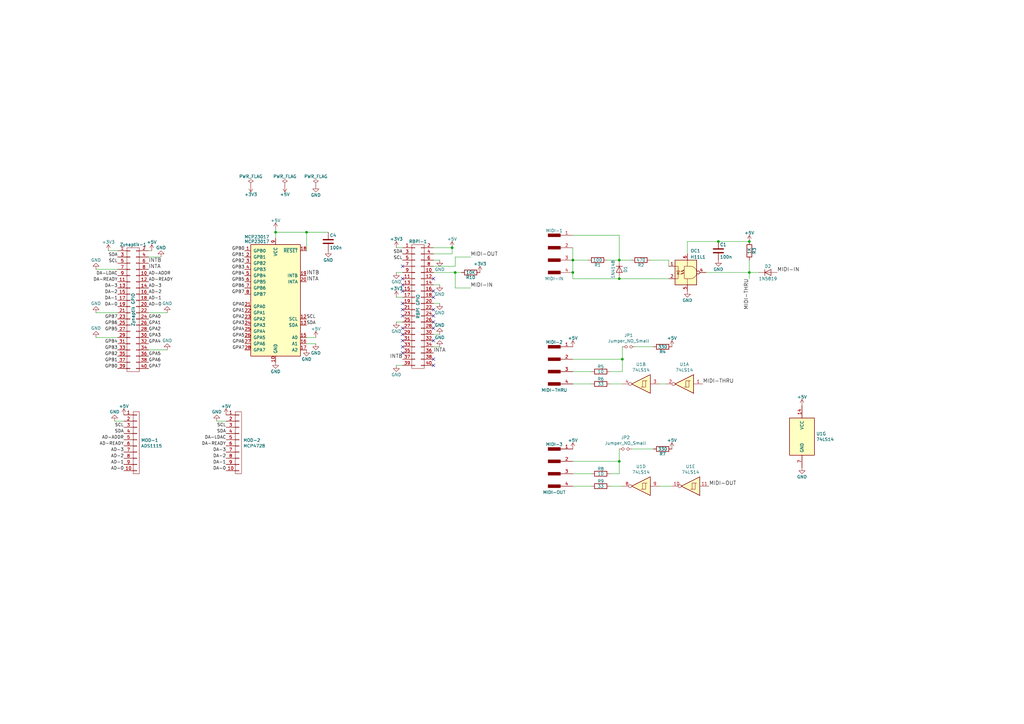
<source format=kicad_sch>
(kicad_sch (version 20211123) (generator eeschema)
  (paper "A3")
  (title_block (title "Zynthian Zynaptik circuit") (rev "0.1") (company "Zynthian"))
  (lib_symbols
    (symbol "74xx:74LS14" (pin_names (offset 1.016))
      (property "Reference" "U" (at 0 1.27 0))
      (property "Value" "74LS14" (at 0 -1.27 0))
      (symbol "74LS14_1_0"
        (polyline (pts (xy -3.81 3.81) (xy -3.81 -3.81) (xy 3.81 0) (xy -3.81 3.81)) (stroke (width 0.254)) (fill (type background)))
        (pin input line (at -7.62 0 0) (length 3.81) (name "~") (number "1"))
        (pin output inverted (at 7.62 0 180) (length 3.81) (name "~") (number "2"))
      )
      (symbol "74LS14_1_1"
        (polyline (pts (xy -1.905 -1.27) (xy -1.905 1.27) (xy -0.635 1.27)))
        (polyline (pts (xy -2.54 -1.27) (xy -0.635 -1.27) (xy -0.635 1.27) (xy 0 1.27)))
      )
      (symbol "74LS14_2_0"
        (polyline (pts (xy -3.81 3.81) (xy -3.81 -3.81) (xy 3.81 0) (xy -3.81 3.81)) (stroke (width 0.254)) (fill (type background)))
        (pin input line (at -7.62 0 0) (length 3.81) (name "~") (number "3"))
        (pin output inverted (at 7.62 0 180) (length 3.81) (name "~") (number "4"))
      )
      (symbol "74LS14_2_1"
        (polyline (pts (xy -1.905 -1.27) (xy -1.905 1.27) (xy -0.635 1.27)))
        (polyline (pts (xy -2.54 -1.27) (xy -0.635 -1.27) (xy -0.635 1.27) (xy 0 1.27)))
      )
      (symbol "74LS14_3_0"
        (polyline (pts (xy -3.81 3.81) (xy -3.81 -3.81) (xy 3.81 0) (xy -3.81 3.81)) (stroke (width 0.254)) (fill (type background)))
        (pin input line (at -7.62 0 0) (length 3.81) (name "~") (number "5"))
        (pin output inverted (at 7.62 0 180) (length 3.81) (name "~") (number "6"))
      )
      (symbol "74LS14_3_1"
        (polyline (pts (xy -1.905 -1.27) (xy -1.905 1.27) (xy -0.635 1.27)))
        (polyline (pts (xy -2.54 -1.27) (xy -0.635 -1.27) (xy -0.635 1.27) (xy 0 1.27)))
      )
      (symbol "74LS14_4_0"
        (polyline (pts (xy -3.81 3.81) (xy -3.81 -3.81) (xy 3.81 0) (xy -3.81 3.81)) (stroke (width 0.254)) (fill (type background)))
        (pin output inverted (at 7.62 0 180) (length 3.81) (name "~") (number "8"))
        (pin input line (at -7.62 0 0) (length 3.81) (name "~") (number "9"))
      )
      (symbol "74LS14_4_1"
        (polyline (pts (xy -1.905 -1.27) (xy -1.905 1.27) (xy -0.635 1.27)))
        (polyline (pts (xy -2.54 -1.27) (xy -0.635 -1.27) (xy -0.635 1.27) (xy 0 1.27)))
      )
      (symbol "74LS14_5_0"
        (polyline (pts (xy -3.81 3.81) (xy -3.81 -3.81) (xy 3.81 0) (xy -3.81 3.81)) (stroke (width 0.254)) (fill (type background)))
        (pin output inverted (at 7.62 0 180) (length 3.81) (name "~") (number "10"))
        (pin input line (at -7.62 0 0) (length 3.81) (name "~") (number "11"))
      )
      (symbol "74LS14_5_1"
        (polyline (pts (xy -1.905 -1.27) (xy -1.905 1.27) (xy -0.635 1.27)))
        (polyline (pts (xy -2.54 -1.27) (xy -0.635 -1.27) (xy -0.635 1.27) (xy 0 1.27)))
      )
      (symbol "74LS14_6_0"
        (polyline (pts (xy -3.81 3.81) (xy -3.81 -3.81) (xy 3.81 0) (xy -3.81 3.81)) (stroke (width 0.254)) (fill (type background)))
        (pin output inverted (at 7.62 0 180) (length 3.81) (name "~") (number "12"))
        (pin input line (at -7.62 0 0) (length 3.81) (name "~") (number "13"))
      )
      (symbol "74LS14_6_1"
        (polyline (pts (xy -1.905 -1.27) (xy -1.905 1.27) (xy -0.635 1.27)))
        (polyline (pts (xy -2.54 -1.27) (xy -0.635 -1.27) (xy -0.635 1.27) (xy 0 1.27)))
      )
      (symbol "74LS14_7_0"
        (pin power_in line (at 0 12.7 270) (length 5.08) (name "VCC") (number "14"))
        (pin power_in line (at 0 -12.7 90) (length 5.08) (name "GND") (number "7"))
      )
      (symbol "74LS14_7_1"
        (rectangle (start -5.08 7.62) (end 5.08 -7.62) (stroke (width 0.254)) (fill (type background)))
      )
    )
    (symbol "zynthian_zynaptik-rescue:+3.3V-power1" (power) (pin_names (offset 0))
      (property "Value" "+3.3V-power1" (at 0 3.556 0))
      (symbol "+3.3V-power1_0_1"
        (polyline (pts (xy -0.762 1.27) (xy 0 2.54)))
        (polyline (pts (xy 0 0) (xy 0 2.54)))
        (polyline (pts (xy 0 2.54) (xy 0.762 1.27)))
      )
      (symbol "+3.3V-power1_1_1"
        (pin power_in line (at 0 0 90) (length 0) hide (name "+3V3") (number "1"))
      )
    )
    (symbol "zynthian_zynaptik-rescue:+5V-power1" (power) (pin_names (offset 0))
      (property "Value" "+5V-power1" (at 0 3.556 0))
      (symbol "+5V-power1_0_1"
        (polyline (pts (xy -0.762 1.27) (xy 0 2.54)))
        (polyline (pts (xy 0 0) (xy 0 2.54)))
        (polyline (pts (xy 0 2.54) (xy 0.762 1.27)))
      )
      (symbol "+5V-power1_1_1"
        (pin power_in line (at 0 0 90) (length 0) hide (name "+5V") (number "1"))
      )
    )
    (symbol "zynthian_zynaptik-rescue:C-device" (pin_numbers hide) (pin_names (offset 0.254))
      (property "Reference" "C" (at 0.635 2.54 0))
      (property "Value" "C-device" (at 0.635 -2.54 0))
      (symbol "C-device_0_1"
        (polyline (pts (xy -2.032 -0.762) (xy 2.032 -0.762)) (stroke (width 0.508)))
        (polyline (pts (xy -2.032 0.762) (xy 2.032 0.762)) (stroke (width 0.508)))
      )
      (symbol "C-device_1_1"
        (pin passive line (at 0 3.81 270) (length 2.794) (name "~") (number "1"))
        (pin passive line (at 0 -3.81 90) (length 2.794) (name "~") (number "2"))
      )
    )
    (symbol "zynthian_zynaptik-rescue:CONN_01X04_MALE-conn" (pin_names (offset 1.016) hide)
      (property "Reference" "J" (at 0 9.525 0))
      (property "Value" "CONN_01X04_MALE-conn" (at 0 -10.16 0))
      (symbol "CONN_01X04_MALE-conn_0_1"
        (rectangle (start -2.54 3.175) (end 2.54 1.905) (fill (type outline)))
        (rectangle (start -2.54 8.255) (end -2.54 8.255))
        (rectangle (start 2.54 -8.255) (end -2.54 -6.985) (fill (type outline)))
        (rectangle (start 2.54 -1.905) (end -2.54 -3.175) (fill (type outline)))
        (rectangle (start 2.54 8.255) (end -2.54 6.985) (fill (type outline)))
      )
      (symbol "CONN_01X04_MALE-conn_1_1"
        (pin passive line (at 7.62 7.62 180) (length 5.08) (name "1") (number "1"))
        (pin passive line (at 7.62 2.54 180) (length 5.08) (name "2") (number "2"))
        (pin passive line (at 7.62 -2.54 180) (length 5.08) (name "3") (number "3"))
        (pin passive line (at 7.62 -7.62 180) (length 5.08) (name "4") (number "4"))
      )
    )
    (symbol "zynthian_zynaptik-rescue:CONN_01X10-conn" (pin_names (offset 1.016) hide)
      (property "Reference" "J" (at 0 13.97 0))
      (property "Value" "CONN_01X10-conn" (at 2.54 0 90))
      (symbol "CONN_01X10-conn_0_1"
        (rectangle (start -1.27 -11.303) (end 0.254 -11.557))
        (rectangle (start -1.27 -8.763) (end 0.254 -9.017))
        (rectangle (start -1.27 -6.223) (end 0.254 -6.477))
        (rectangle (start -1.27 -3.683) (end 0.254 -3.937))
        (rectangle (start -1.27 -1.143) (end 0.254 -1.397))
        (rectangle (start -1.27 1.397) (end 0.254 1.143))
        (rectangle (start -1.27 3.937) (end 0.254 3.683))
        (rectangle (start -1.27 6.477) (end 0.254 6.223))
        (rectangle (start -1.27 9.017) (end 0.254 8.763))
        (rectangle (start -1.27 11.557) (end 0.254 11.303))
        (rectangle (start -1.27 12.7) (end 1.27 -12.7))
      )
      (symbol "CONN_01X10-conn_1_1"
        (pin passive line (at -5.08 11.43 0) (length 3.81) (name "P1") (number "1"))
        (pin passive line (at -5.08 -11.43 0) (length 3.81) (name "P10") (number "10"))
        (pin passive line (at -5.08 8.89 0) (length 3.81) (name "P2") (number "2"))
        (pin passive line (at -5.08 6.35 0) (length 3.81) (name "P3") (number "3"))
        (pin passive line (at -5.08 3.81 0) (length 3.81) (name "P4") (number "4"))
        (pin passive line (at -5.08 1.27 0) (length 3.81) (name "P5") (number "5"))
        (pin passive line (at -5.08 -1.27 0) (length 3.81) (name "P6") (number "6"))
        (pin passive line (at -5.08 -3.81 0) (length 3.81) (name "P7") (number "7"))
        (pin passive line (at -5.08 -6.35 0) (length 3.81) (name "P8") (number "8"))
        (pin passive line (at -5.08 -8.89 0) (length 3.81) (name "P9") (number "9"))
      )
    )
    (symbol "zynthian_zynaptik-rescue:CONN_02X20-conn" (pin_names (offset 0.0254) hide)
      (property "Reference" "J" (at 0 26.67 0))
      (property "Value" "CONN_02X20-conn" (at 0 0 90))
      (symbol "CONN_02X20-conn_0_1"
        (rectangle (start -2.54 -24.003) (end -1.27 -24.257))
        (rectangle (start -2.54 -21.463) (end -1.27 -21.717))
        (rectangle (start -2.54 -18.923) (end -1.27 -19.177))
        (rectangle (start -2.54 -16.383) (end -1.27 -16.637))
        (rectangle (start -2.54 -13.843) (end -1.27 -14.097))
        (rectangle (start -2.54 -11.303) (end -1.27 -11.557))
        (rectangle (start -2.54 -8.763) (end -1.27 -9.017))
        (rectangle (start -2.54 -6.223) (end -1.27 -6.477))
        (rectangle (start -2.54 -3.683) (end -1.27 -3.937))
        (rectangle (start -2.54 -1.143) (end -1.27 -1.397))
        (rectangle (start -2.54 1.397) (end -1.27 1.143))
        (rectangle (start -2.54 3.937) (end -1.27 3.683))
        (rectangle (start -2.54 6.477) (end -1.27 6.223))
        (rectangle (start -2.54 9.017) (end -1.27 8.763))
        (rectangle (start -2.54 11.557) (end -1.27 11.303))
        (rectangle (start -2.54 14.097) (end -1.27 13.843))
        (rectangle (start -2.54 16.637) (end -1.27 16.383))
        (rectangle (start -2.54 19.177) (end -1.27 18.923))
        (rectangle (start -2.54 21.717) (end -1.27 21.463))
        (rectangle (start -2.54 24.257) (end -1.27 24.003))
        (rectangle (start -2.54 25.4) (end 2.54 -25.4))
        (rectangle (start 1.27 -24.003) (end 2.54 -24.257))
        (rectangle (start 1.27 -21.463) (end 2.54 -21.717))
        (rectangle (start 1.27 -18.923) (end 2.54 -19.177))
        (rectangle (start 1.27 -16.383) (end 2.54 -16.637))
        (rectangle (start 1.27 -13.843) (end 2.54 -14.097))
        (rectangle (start 1.27 -11.303) (end 2.54 -11.557))
        (rectangle (start 1.27 -8.763) (end 2.54 -9.017))
        (rectangle (start 1.27 -6.223) (end 2.54 -6.477))
        (rectangle (start 1.27 -3.683) (end 2.54 -3.937))
        (rectangle (start 1.27 -1.143) (end 2.54 -1.397))
        (rectangle (start 1.27 1.397) (end 2.54 1.143))
        (rectangle (start 1.27 3.937) (end 2.54 3.683))
        (rectangle (start 1.27 6.477) (end 2.54 6.223))
        (rectangle (start 1.27 9.017) (end 2.54 8.763))
        (rectangle (start 1.27 11.557) (end 2.54 11.303))
        (rectangle (start 1.27 14.097) (end 2.54 13.843))
        (rectangle (start 1.27 16.637) (end 2.54 16.383))
        (rectangle (start 1.27 19.177) (end 2.54 18.923))
        (rectangle (start 1.27 21.717) (end 2.54 21.463))
        (rectangle (start 1.27 24.257) (end 2.54 24.003))
      )
      (symbol "CONN_02X20-conn_1_1"
        (pin passive line (at -6.35 24.13 0) (length 3.81) (name "P1") (number "1"))
        (pin passive line (at 6.35 13.97 180) (length 3.81) (name "P10") (number "10"))
        (pin passive line (at -6.35 11.43 0) (length 3.81) (name "P11") (number "11"))
        (pin passive line (at 6.35 11.43 180) (length 3.81) (name "P12") (number "12"))
        (pin passive line (at -6.35 8.89 0) (length 3.81) (name "P13") (number "13"))
        (pin passive line (at 6.35 8.89 180) (length 3.81) (name "P14") (number "14"))
        (pin passive line (at -6.35 6.35 0) (length 3.81) (name "P15") (number "15"))
        (pin passive line (at 6.35 6.35 180) (length 3.81) (name "P16") (number "16"))
        (pin passive line (at -6.35 3.81 0) (length 3.81) (name "P17") (number "17"))
        (pin passive line (at 6.35 3.81 180) (length 3.81) (name "P18") (number "18"))
        (pin passive line (at -6.35 1.27 0) (length 3.81) (name "P19") (number "19"))
        (pin passive line (at 6.35 24.13 180) (length 3.81) (name "P2") (number "2"))
        (pin passive line (at 6.35 1.27 180) (length 3.81) (name "P20") (number "20"))
        (pin passive line (at -6.35 -1.27 0) (length 3.81) (name "P21") (number "21"))
        (pin passive line (at 6.35 -1.27 180) (length 3.81) (name "P22") (number "22"))
        (pin passive line (at -6.35 -3.81 0) (length 3.81) (name "P23") (number "23"))
        (pin passive line (at 6.35 -3.81 180) (length 3.81) (name "P24") (number "24"))
        (pin passive line (at -6.35 -6.35 0) (length 3.81) (name "P25") (number "25"))
        (pin passive line (at 6.35 -6.35 180) (length 3.81) (name "P26") (number "26"))
        (pin passive line (at -6.35 -8.89 0) (length 3.81) (name "P27") (number "27"))
        (pin passive line (at 6.35 -8.89 180) (length 3.81) (name "P28") (number "28"))
        (pin passive line (at -6.35 -11.43 0) (length 3.81) (name "P29") (number "29"))
        (pin passive line (at -6.35 21.59 0) (length 3.81) (name "P3") (number "3"))
        (pin passive line (at 6.35 -11.43 180) (length 3.81) (name "P30") (number "30"))
        (pin passive line (at -6.35 -13.97 0) (length 3.81) (name "P31") (number "31"))
        (pin passive line (at 6.35 -13.97 180) (length 3.81) (name "P32") (number "32"))
        (pin passive line (at -6.35 -16.51 0) (length 3.81) (name "P33") (number "33"))
        (pin passive line (at 6.35 -16.51 180) (length 3.81) (name "P34") (number "34"))
        (pin passive line (at -6.35 -19.05 0) (length 3.81) (name "P35") (number "35"))
        (pin passive line (at 6.35 -19.05 180) (length 3.81) (name "P36") (number "36"))
        (pin passive line (at -6.35 -21.59 0) (length 3.81) (name "P37") (number "37"))
        (pin passive line (at 6.35 -21.59 180) (length 3.81) (name "P38") (number "38"))
        (pin passive line (at -6.35 -24.13 0) (length 3.81) (name "P39") (number "39"))
        (pin passive line (at 6.35 21.59 180) (length 3.81) (name "P4") (number "4"))
        (pin passive line (at 6.35 -24.13 180) (length 3.81) (name "P40") (number "40"))
        (pin passive line (at -6.35 19.05 0) (length 3.81) (name "P5") (number "5"))
        (pin passive line (at 6.35 19.05 180) (length 3.81) (name "P6") (number "6"))
        (pin passive line (at -6.35 16.51 0) (length 3.81) (name "P7") (number "7"))
        (pin passive line (at 6.35 16.51 180) (length 3.81) (name "P8") (number "8"))
        (pin passive line (at -6.35 13.97 0) (length 3.81) (name "P9") (number "9"))
      )
    )
    (symbol "zynthian_zynaptik-rescue:D-device" (pin_numbers hide) (pin_names (offset 1.016) hide)
      (property "Reference" "D" (at 0 2.54 0))
      (property "Value" "D-device" (at 0 -2.54 0))
      (symbol "D-device_0_1"
        (polyline (pts (xy -1.27 1.27) (xy -1.27 -1.27)) (stroke (width 0.2032)))
        (polyline (pts (xy 1.27 0) (xy -1.27 0)))
        (polyline (pts (xy 1.27 1.27) (xy 1.27 -1.27) (xy -1.27 0) (xy 1.27 1.27)) (stroke (width 0.2032)))
      )
      (symbol "D-device_1_1"
        (pin passive line (at -3.81 0 0) (length 2.54) (name "K") (number "1"))
        (pin passive line (at 3.81 0 180) (length 2.54) (name "A") (number "2"))
      )
    )
    (symbol "zynthian_zynaptik-rescue:GND-power1" (power) (pin_names (offset 0))
      (property "Value" "GND-power1" (at 0 -3.81 0))
      (symbol "GND-power1_0_1"
        (polyline (pts (xy 0 0) (xy 0 -1.27) (xy 1.27 -1.27) (xy 0 -2.54) (xy -1.27 -1.27) (xy 0 -1.27)))
      )
      (symbol "GND-power1_1_1"
        (pin power_in line (at 0 0 270) (length 0) hide (name "GND") (number "1"))
      )
    )
    (symbol "zynthian_zynaptik-rescue:H11L1-opto" (pin_names (offset 1.016))
      (property "Reference" "U" (at 1.27 8.89 0))
      (property "Value" "H11L1-opto" (at 1.27 6.35 0))
      (symbol "H11L1-opto_0_1"
        (rectangle (start -5.08 5.08) (end 3.81 -5.08) (stroke (width 0.254)) (fill (type background)))
        (polyline (pts (xy -4.445 -0.635) (xy -3.175 -0.635)))
        (polyline (pts (xy 0 2.54) (xy 0 5.08)))
        (polyline (pts (xy 0 -2.54) (xy 0 -5.08) (xy 0 -3.81)))
        (polyline (pts (xy -5.08 -2.54) (xy -3.81 -2.54) (xy -3.81 2.54) (xy -5.08 2.54)))
        (polyline (pts (xy -3.81 -0.635) (xy -4.445 0.635) (xy -3.175 0.635) (xy -3.81 -0.635)))
        (polyline (pts (xy -2.794 0.254) (xy -2.2606 0.762) (xy -2.2606 0.254) (xy -1.4986 1.016)))
        (polyline (pts (xy -1.4986 1.016) (xy -2.0066 0.762) (xy -1.7526 0.508) (xy -1.4986 1.016)))
        (polyline (pts (xy 1.27 -2.54) (xy -1.27 -2.54) (xy -1.27 2.54) (xy 1.27 2.54)))
        (polyline (pts (xy -2.794 -0.762) (xy -2.2606 -0.254) (xy -2.2606 -0.762) (xy -1.4986 0) (xy -2.0066 -0.254) (xy -1.7526 -0.508) (xy -1.4986 0)))
        (arc (start 1.27 -2.54) (mid 3.81 0) (end 1.27 2.54))
      )
      (symbol "H11L1-opto_1_1"
        (pin passive line (at -7.62 2.54 0) (length 2.54) (name "~") (number "1"))
        (pin passive line (at -7.62 -2.54 0) (length 2.54) (name "~") (number "2"))
        (pin no_connect line (at -7.62 0 0) (length 2.54) hide (name "~") (number "3"))
        (pin output inverted (at 7.62 0 180) (length 3.81) (name "~") (number "4"))
        (pin power_in line (at 0 -7.62 90) (length 2.54) (name "~") (number "5"))
        (pin power_in line (at 0 7.62 270) (length 2.54) (name "~") (number "6"))
      )
    )
    (symbol "zynthian_zynaptik-rescue:Jumper_NO_Small-device" (pin_numbers hide) (pin_names (offset 0.762) hide)
      (property "Reference" "JP" (at 0 2.032 0))
      (property "Value" "Jumper_NO_Small-device" (at 0.254 -1.524 0))
      (symbol "Jumper_NO_Small-device_0_1"
        (circle (center -1.016 0) (radius 0.508))
        (circle (center 1.016 0) (radius 0.508))
        (pin passive line (at -2.54 0 0) (length 1.016) (name "1") (number "1"))
        (pin passive line (at 2.54 0 180) (length 1.016) (name "2") (number "2"))
      )
    )
    (symbol "zynthian_zynaptik-rescue:MCP23017-microchip" (pin_names (offset 1.016))
      (property "Reference" "U" (at -2.54 26.035 0))
      (property "Value" "MCP23017-microchip" (at -2.54 24.13 0))
      (symbol "MCP23017-microchip_0_1"
        (rectangle (start -10.16 22.86) (end 10.16 -22.86) (stroke (width 0.254)) (fill (type background)))
      )
      (symbol "MCP23017-microchip_1_1"
        (pin bidirectional line (at -12.7 20.32 0) (length 2.54) (name "GPB0") (number "1"))
        (pin power_in line (at 0 -25.4 90) (length 2.54) (name "GND") (number "10"))
        (pin input line (at 12.7 -7.62 180) (length 2.54) (name "SCL") (number "12"))
        (pin bidirectional line (at 12.7 -10.16 180) (length 2.54) (name "SDA") (number "13"))
        (pin input line (at 12.7 -15.24 180) (length 2.54) (name "A0") (number "15"))
        (pin input line (at 12.7 -17.78 180) (length 2.54) (name "A1") (number "16"))
        (pin input line (at 12.7 -20.32 180) (length 2.54) (name "A2") (number "17"))
        (pin input line (at 12.7 20.32 180) (length 2.54) (name "~{RESET}") (number "18"))
        (pin output line (at 12.7 10.16 180) (length 2.54) (name "INTB") (number "19"))
        (pin bidirectional line (at -12.7 17.78 0) (length 2.54) (name "GPB1") (number "2"))
        (pin output line (at 12.7 7.62 180) (length 2.54) (name "INTA") (number "20"))
        (pin bidirectional line (at -12.7 -2.54 0) (length 2.54) (name "GPA0") (number "21"))
        (pin bidirectional line (at -12.7 -5.08 0) (length 2.54) (name "GPA1") (number "22"))
        (pin bidirectional line (at -12.7 -7.62 0) (length 2.54) (name "GPA2") (number "23"))
        (pin bidirectional line (at -12.7 -10.16 0) (length 2.54) (name "GPA3") (number "24"))
        (pin bidirectional line (at -12.7 -12.7 0) (length 2.54) (name "GPA4") (number "25"))
        (pin bidirectional line (at -12.7 -15.24 0) (length 2.54) (name "GPA5") (number "26"))
        (pin bidirectional line (at -12.7 -17.78 0) (length 2.54) (name "GPA6") (number "27"))
        (pin bidirectional line (at -12.7 -20.32 0) (length 2.54) (name "GPA7") (number "28"))
        (pin bidirectional line (at -12.7 15.24 0) (length 2.54) (name "GPB2") (number "3"))
        (pin bidirectional line (at -12.7 12.7 0) (length 2.54) (name "GPB3") (number "4"))
        (pin bidirectional line (at -12.7 10.16 0) (length 2.54) (name "GPB4") (number "5"))
        (pin bidirectional line (at -12.7 7.62 0) (length 2.54) (name "GPB5") (number "6"))
        (pin bidirectional line (at -12.7 5.08 0) (length 2.54) (name "GPB6") (number "7"))
        (pin bidirectional line (at -12.7 2.54 0) (length 2.54) (name "GPB7") (number "8"))
        (pin power_in line (at 0 25.4 270) (length 2.54) (name "VCC") (number "9"))
      )
    )
    (symbol "zynthian_zynaptik-rescue:PWR_FLAG-power1" (power) (pin_numbers hide) (pin_names (offset 0) hide)
      (property "Value" "PWR_FLAG-power1" (at 0 3.81 0))
      (symbol "PWR_FLAG-power1_0_0"
        (pin power_out line (at 0 0 90) (length 0) (name "pwr") (number "1"))
      )
      (symbol "PWR_FLAG-power1_0_1"
        (polyline (pts (xy 0 0) (xy 0 1.27) (xy -1.016 1.905) (xy 0 2.54) (xy 1.016 1.905) (xy 0 1.27)))
      )
    )
    (symbol "zynthian_zynaptik-rescue:R-device" (pin_numbers hide) (pin_names (offset 0))
      (property "Reference" "R" (at 2.032 0 90))
      (property "Value" "R-device" (at 0 0 90))
      (symbol "R-device_0_1"
        (rectangle (start -1.016 -2.54) (end 1.016 2.54) (stroke (width 0.254)))
      )
      (symbol "R-device_1_1"
        (pin passive line (at 0 3.81 270) (length 1.27) (name "~") (number "1"))
        (pin passive line (at 0 -3.81 90) (length 1.27) (name "~") (number "2"))
      )
    )
  )
  (junction (at 185.42 101.6))
  (junction (at 254 189.23))
  (junction (at 186.69 111.76))
  (junction (at 254 114.3))
  (junction (at 234.95 111.76))
  (junction (at 254 106.68))
  (junction (at 234.95 106.68))
  (junction (at 307.34 111.76))
  (junction (at 255.27 147.32))
  (junction (at 307.34 99.06))
  (junction (at 113.03 95.25))
  (junction (at 294.64 99.06))
  (junction (at 125.73 95.25))
  (no_connect (at 165.1 127))
  (no_connect (at 165.1 137.16))
  (no_connect (at 177.8 134.62))
  (no_connect (at 165.1 129.54))
  (no_connect (at 177.8 147.32))
  (no_connect (at 177.8 149.86))
  (no_connect (at 165.1 142.24))
  (no_connect (at 165.1 116.84))
  (no_connect (at 177.8 121.92))
  (no_connect (at 177.8 114.3))
  (no_connect (at 165.1 144.78))
  (no_connect (at 177.8 127))
  (no_connect (at 177.8 132.08))
  (no_connect (at 165.1 134.62))
  (no_connect (at 165.1 109.22))
  (no_connect (at 165.1 119.38))
  (no_connect (at 165.1 124.46))
  (no_connect (at 165.1 114.3))
  (no_connect (at 177.8 139.7))
  (no_connect (at 165.1 139.7))
  (no_connect (at 177.8 129.54))
  (no_connect (at 177.8 119.38))
  (wire (pts (xy 289.56 111.76) (xy 307.34 111.76)))
  (wire (pts (xy 260.35 142.24) (xy 267.97 142.24)))
  (wire (pts (xy 270.51 157.48) (xy 273.05 157.48)))
  (wire (pts (xy 250.19 157.48) (xy 255.27 157.48)))
  (wire (pts (xy 241.3 106.68) (xy 234.95 106.68)))
  (wire (pts (xy 254 189.23) (xy 254 194.31)))
  (wire (pts (xy 234.95 147.32) (xy 255.27 147.32)))
  (wire (pts (xy 242.57 194.31) (xy 234.95 194.31)))
  (wire (pts (xy 242.57 157.48) (xy 234.95 157.48)))
  (wire (pts (xy 177.8 109.22) (xy 186.69 109.22)))
  (wire (pts (xy 254 189.23) (xy 254 184.15)))
  (wire (pts (xy 162.56 121.92) (xy 165.1 121.92)))
  (wire (pts (xy 39.37 128.27) (xy 48.26 128.27)))
  (wire (pts (xy 294.64 99.06) (xy 307.34 99.06)))
  (wire (pts (xy 185.42 101.6) (xy 185.42 104.14)))
  (wire (pts (xy 234.95 106.68) (xy 234.95 111.76)))
  (wire (pts (xy 177.8 137.16) (xy 180.34 137.16)))
  (wire (pts (xy 113.03 95.25) (xy 113.03 97.79)))
  (wire (pts (xy 234.95 152.4) (xy 242.57 152.4)))
  (wire (pts (xy 254 194.31) (xy 250.19 194.31)))
  (wire (pts (xy 266.7 106.68) (xy 274.32 106.68)))
  (wire (pts (xy 259.08 184.15) (xy 267.97 184.15)))
  (wire (pts (xy 254 106.68) (xy 259.08 106.68)))
  (wire (pts (xy 186.69 105.41) (xy 193.04 105.41)))
  (wire (pts (xy 60.96 143.51) (xy 68.58 143.51)))
  (wire (pts (xy 234.95 111.76) (xy 234.95 114.3)))
  (wire (pts (xy 60.96 102.87) (xy 62.23 102.87)))
  (wire (pts (xy 248.92 106.68) (xy 254 106.68)))
  (wire (pts (xy 46.99 172.72) (xy 50.8 172.72)))
  (wire (pts (xy 234.95 101.6) (xy 234.95 106.68)))
  (wire (pts (xy 113.03 93.98) (xy 113.03 95.25)))
  (wire (pts (xy 177.8 124.46) (xy 180.34 124.46)))
  (wire (pts (xy 177.8 111.76) (xy 186.69 111.76)))
  (wire (pts (xy 234.95 189.23) (xy 254 189.23)))
  (wire (pts (xy 255.27 142.24) (xy 255.27 147.32)))
  (wire (pts (xy 186.69 111.76) (xy 186.69 118.11)))
  (wire (pts (xy 125.73 140.97) (xy 129.54 140.97)))
  (wire (pts (xy 281.94 104.14) (xy 281.94 99.06)))
  (wire (pts (xy 39.37 138.43) (xy 48.26 138.43)))
  (wire (pts (xy 165.1 132.08) (xy 162.56 132.08)))
  (wire (pts (xy 255.27 147.32) (xy 255.27 152.4)))
  (wire (pts (xy 125.73 138.43) (xy 129.54 138.43)))
  (wire (pts (xy 177.8 106.68) (xy 180.34 106.68)))
  (wire (pts (xy 177.8 142.24) (xy 180.34 142.24)))
  (wire (pts (xy 186.69 109.22) (xy 186.69 105.41)))
  (wire (pts (xy 250.19 152.4) (xy 255.27 152.4)))
  (wire (pts (xy 165.1 149.86) (xy 162.56 149.86)))
  (wire (pts (xy 48.26 102.87) (xy 44.45 102.87)))
  (wire (pts (xy 255.27 199.39) (xy 250.19 199.39)))
  (wire (pts (xy 307.34 106.68) (xy 307.34 111.76)))
  (wire (pts (xy 186.69 118.11) (xy 193.04 118.11)))
  (wire (pts (xy 185.42 104.14) (xy 177.8 104.14)))
  (wire (pts (xy 162.56 101.6) (xy 165.1 101.6)))
  (wire (pts (xy 254 96.52) (xy 234.95 96.52)))
  (wire (pts (xy 68.58 128.27) (xy 60.96 128.27)))
  (wire (pts (xy 234.95 114.3) (xy 254 114.3)))
  (wire (pts (xy 88.9 172.72) (xy 92.71 172.72)))
  (wire (pts (xy 60.96 105.41) (xy 66.04 105.41)))
  (wire (pts (xy 125.73 102.87) (xy 125.73 95.25)))
  (wire (pts (xy 275.59 199.39) (xy 270.51 199.39)))
  (wire (pts (xy 254 114.3) (xy 274.32 114.3)))
  (wire (pts (xy 186.69 111.76) (xy 189.23 111.76)))
  (wire (pts (xy 125.73 95.25) (xy 134.62 95.25)))
  (wire (pts (xy 177.8 116.84) (xy 180.34 116.84)))
  (wire (pts (xy 39.37 110.49) (xy 48.26 110.49)))
  (wire (pts (xy 177.8 101.6) (xy 185.42 101.6)))
  (wire (pts (xy 274.32 106.68) (xy 274.32 109.22)))
  (wire (pts (xy 113.03 95.25) (xy 125.73 95.25)))
  (wire (pts (xy 254 106.68) (xy 254 96.52)))
  (wire (pts (xy 281.94 99.06) (xy 294.64 99.06)))
  (wire (pts (xy 307.34 111.76) (xy 307.34 114.3)))
  (wire (pts (xy 165.1 111.76) (xy 162.56 111.76)))
  (wire (pts (xy 242.57 199.39) (xy 234.95 199.39)))
  (wire (pts (xy 307.34 111.76) (xy 311.15 111.76)))
  (label "GPA3" (at 100.33 133.35 180))
  (label "MIDI-OUT" (at 290.83 199.39 0) (effects (font (size 1.524 1.524))))
  (label "DA-READY" (at 92.71 182.88 180))
  (label "GPA6" (at 60.96 148.59 0))
  (label "GPB4" (at 48.26 140.97 180))
  (label "GPB6" (at 100.33 118.11 180))
  (label "AD-2" (at 60.96 120.65 0))
  (label "SCL" (at 50.8 175.26 180))
  (label "GPB3" (at 100.33 110.49 180))
  (label "GPA4" (at 60.96 140.97 0))
  (label "GPB2" (at 48.26 146.05 180))
  (label "GPA7" (at 60.96 151.13 0))
  (label "GPB5" (at 100.33 115.57 180))
  (label "DA-READY" (at 48.26 115.57 180))
  (label "MIDI-THRU" (at 288.29 157.48 0) (effects (font (size 1.524 1.524))))
  (label "GPB7" (at 100.33 120.65 180))
  (label "GPB1" (at 48.26 148.59 180))
  (label "DA-0" (at 48.26 125.73 180))
  (label "GPA7" (at 100.33 143.51 180))
  (label "GPA4" (at 100.33 135.89 180))
  (label "AD-0" (at 60.96 125.73 0))
  (label "INTB" (at 165.1 147.32 180) (effects (font (size 1.524 1.524))))
  (label "GPA2" (at 60.96 135.89 0))
  (label "GPB0" (at 48.26 151.13 180))
  (label "GPB6" (at 48.26 133.35 180))
  (label "MIDI-IN" (at 193.04 118.11 0) (effects (font (size 1.524 1.524))))
  (label "GPA6" (at 100.33 140.97 180))
  (label "SCL" (at 165.1 106.68 180))
  (label "INTB" (at 60.96 107.95 0) (effects (font (size 1.524 1.524))))
  (label "SDA" (at 125.73 133.35 0))
  (label "DA-0" (at 92.71 193.04 180))
  (label "GPB5" (at 48.26 135.89 180))
  (label "DA-1" (at 48.26 123.19 180))
  (label "AD-ADDR" (at 50.8 180.34 180))
  (label "GPA1" (at 60.96 133.35 0))
  (label "AD-3" (at 60.96 118.11 0))
  (label "MIDI-OUT" (at 193.04 105.41 0) (effects (font (size 1.524 1.524))))
  (label "SCL" (at 92.71 175.26 180))
  (label "GPA2" (at 100.33 130.81 180))
  (label "DA-3" (at 48.26 118.11 180))
  (label "GPA0" (at 60.96 130.81 0))
  (label "DA-2" (at 48.26 120.65 180))
  (label "GPB0" (at 100.33 102.87 180))
  (label "SDA" (at 50.8 177.8 180))
  (label "AD-1" (at 60.96 123.19 0))
  (label "AD-READY" (at 60.96 115.57 0))
  (label "AD-2" (at 50.8 187.96 180))
  (label "AD-ADDR" (at 60.96 113.03 0))
  (label "SDA" (at 165.1 104.14 180))
  (label "GPB3" (at 48.26 143.51 180))
  (label "AD-0" (at 50.8 193.04 180))
  (label "SDA" (at 48.26 105.41 180))
  (label "GPB4" (at 100.33 113.03 180))
  (label "AD-READY" (at 50.8 182.88 180))
  (label "GPB2" (at 100.33 107.95 180))
  (label "MIDI-THRU" (at 307.34 114.3 270) (effects (font (size 1.524 1.524))))
  (label "GPB7" (at 48.26 130.81 180))
  (label "INTA" (at 60.96 110.49 0) (effects (font (size 1.524 1.524))))
  (label "INTA" (at 177.8 144.78 0) (effects (font (size 1.524 1.524))))
  (label "GPA3" (at 60.96 138.43 0))
  (label "DA-1" (at 92.71 190.5 180))
  (label "SCL" (at 125.73 130.81 0))
  (label "GPA5" (at 100.33 138.43 180))
  (label "SCL" (at 48.26 107.95 180))
  (label "GPA1" (at 100.33 128.27 180))
  (label "MIDI-IN" (at 318.77 111.76 0) (effects (font (size 1.524 1.524))))
  (label "GPB1" (at 100.33 105.41 180))
  (label "DA-LDAC" (at 92.71 180.34 180))
  (label "DA-2" (at 92.71 187.96 180))
  (label "AD-3" (at 50.8 185.42 180))
  (label "AD-1" (at 50.8 190.5 180))
  (label "INTA" (at 125.73 115.57 0) (effects (font (size 1.524 1.524))))
  (label "GPA5" (at 60.96 146.05 0))
  (label "DA-LDAC" (at 48.26 113.03 180))
  (label "GPA0" (at 100.33 125.73 180))
  (label "INTB" (at 125.73 113.03 0) (effects (font (size 1.524 1.524))))
  (label "SDA" (at 92.71 177.8 180))
  (label "DA-3" (at 92.71 185.42 180))
  (symbol (lib_id "zynthian_zynaptik-rescue:GND-power1") (at 125.73 143.51 0) (unit 1)
    (property "Reference" "#PWR01" (effects hide))
    (property "Value" "GND" (at 125.73 147.32 0))
  )
  (symbol (lib_id "zynthian_zynaptik-rescue:MCP23017-microchip") (at 113.03 123.19 0) (unit 1)
    (property "Reference" "MCP23017" (at 110.49 97.155 0) (effects (justify right)))
    (property "Value" "MCP23017" (at 110.49 99.06 0) (effects (justify right)))
    (property "Footprint" "Package_DIP:DIP-28_W7.62mm" (effects hide))
  )
  (symbol (lib_id "zynthian_zynaptik-rescue:GND-power1") (at 113.03 148.59 0) (unit 1)
    (property "Reference" "#PWR02" (effects hide))
    (property "Value" "GND" (at 113.03 152.4 0))
  )
  (symbol (lib_id "zynthian_zynaptik-rescue:GND-power1") (at 129.54 140.97 0) (unit 1)
    (property "Reference" "#PWR026" (effects hide))
    (property "Value" "GND" (at 129.54 144.78 0))
  )
  (symbol (lib_id "zynthian_zynaptik-rescue:CONN_02X20-conn") (at 171.45 125.73 0) (unit 1)
    (property "Reference" "RBPi-1" (at 171.45 99.06 0))
    (property "Value" "RBPi GPIO" (at 171.45 125.73 90))
    (property "Footprint" "Connector_PinHeader_2.54mm:PinHeader_2x20_P2.54mm_Vertical" (effects hide))
  )
  (symbol (lib_id "zynthian_zynaptik-rescue:+5V-power1") (at 185.42 101.6 0) (unit 1)
    (property "Reference" "#PWR07" (effects hide))
    (property "Value" "+5V" (at 185.42 98.044 0))
  )
  (symbol (lib_id "zynthian_zynaptik-rescue:+3.3V-power1") (at 162.56 101.6 0) (unit 1)
    (property "Reference" "#PWR08" (effects hide))
    (property "Value" "+3.3V" (at 162.56 98.044 0))
  )
  (symbol (lib_id "zynthian_zynaptik-rescue:GND-power1") (at 180.34 106.68 0) (unit 1)
    (property "Reference" "#PWR09" (effects hide))
    (property "Value" "GND" (at 180.34 110.49 0))
  )
  (symbol (lib_id "zynthian_zynaptik-rescue:GND-power1") (at 180.34 116.84 0) (unit 1)
    (property "Reference" "#PWR010" (effects hide))
    (property "Value" "GND" (at 180.34 120.65 0))
  )
  (symbol (lib_id "zynthian_zynaptik-rescue:GND-power1") (at 180.34 124.46 0) (unit 1)
    (property "Reference" "#PWR011" (effects hide))
    (property "Value" "GND" (at 180.34 128.27 0))
  )
  (symbol (lib_id "zynthian_zynaptik-rescue:GND-power1") (at 180.34 137.16 180) (unit 1)
    (property "Reference" "#PWR012" (effects hide))
    (property "Value" "GND" (at 180.34 133.35 0))
  )
  (symbol (lib_id "zynthian_zynaptik-rescue:GND-power1") (at 180.34 142.24 180) (unit 1)
    (property "Reference" "#PWR013" (effects hide))
    (property "Value" "GND" (at 180.34 138.43 0))
  )
  (symbol (lib_id "zynthian_zynaptik-rescue:GND-power1") (at 162.56 111.76 0) (unit 1)
    (property "Reference" "#PWR014" (effects hide))
    (property "Value" "GND" (at 162.56 115.57 0))
  )
  (symbol (lib_id "zynthian_zynaptik-rescue:GND-power1") (at 162.56 132.08 0) (unit 1)
    (property "Reference" "#PWR015" (effects hide))
    (property "Value" "GND" (at 162.56 135.89 0))
  )
  (symbol (lib_id "zynthian_zynaptik-rescue:GND-power1") (at 162.56 149.86 0) (unit 1)
    (property "Reference" "#PWR016" (effects hide))
    (property "Value" "GND" (at 162.56 153.67 0))
  )
  (symbol (lib_id "zynthian_zynaptik-rescue:+3.3V-power1") (at 162.56 121.92 0) (unit 1)
    (property "Reference" "#PWR022" (effects hide))
    (property "Value" "+3.3V" (at 162.56 118.364 0))
  )
  (symbol (lib_id "zynthian_zynaptik-rescue:PWR_FLAG-power1") (at 116.84 76.2 0) (unit 1)
    (property "Reference" "#FLG017" (effects hide))
    (property "Value" "PWR_FLAG" (at 116.84 72.39 0))
  )
  (symbol (lib_id "zynthian_zynaptik-rescue:PWR_FLAG-power1") (at 129.54 76.2 0) (unit 1)
    (property "Reference" "#FLG018" (effects hide))
    (property "Value" "PWR_FLAG" (at 129.54 72.39 0))
  )
  (symbol (lib_id "zynthian_zynaptik-rescue:+5V-power1") (at 113.03 93.98 0) (unit 1)
    (property "Reference" "#PWR019" (effects hide))
    (property "Value" "+5V" (at 113.03 90.424 0))
  )
  (symbol (lib_id "zynthian_zynaptik-rescue:+5V-power1") (at 116.84 76.2 180) (unit 1)
    (property "Reference" "#PWR020" (effects hide))
    (property "Value" "+5V" (at 116.84 79.756 0))
  )
  (symbol (lib_id "zynthian_zynaptik-rescue:GND-power1") (at 129.54 76.2 0) (unit 1)
    (property "Reference" "#PWR021" (effects hide))
    (property "Value" "GND" (at 129.54 80.01 0))
  )
  (symbol (lib_id "zynthian_zynaptik-rescue:PWR_FLAG-power1") (at 102.87 76.2 0) (unit 1)
    (property "Reference" "#FLG023" (effects hide))
    (property "Value" "PWR_FLAG" (at 102.87 72.39 0))
  )
  (symbol (lib_id "zynthian_zynaptik-rescue:+3.3V-power1") (at 102.87 76.2 180) (unit 1)
    (property "Reference" "#PWR024" (effects hide))
    (property "Value" "+3.3V" (at 102.87 79.756 0))
  )
  (symbol (lib_id "zynthian_zynaptik-rescue:H11L1-opto") (at 281.94 111.76 0) (unit 1)
    (property "Reference" "OC1" (at 283.21 102.87 0) (effects (justify left)))
    (property "Value" "H11L1" (at 283.21 105.41 0) (effects (justify left)))
    (property "Footprint" "Package_DIP:DIP-6_W7.62mm_SMDSocket_SmallPads" (effects hide))
  )
  (symbol (lib_id "zynthian_zynaptik-rescue:D-device") (at 254 110.49 270) (unit 1)
    (property "Reference" "D1" (at 256.54 110.49 0))
    (property "Value" "1N4148" (at 251.46 110.49 0))
    (property "Footprint" "Diode_SMD:D_SOD-323F" (effects hide))
  )
  (symbol (lib_id "zynthian_zynaptik-rescue:R-device") (at 245.11 106.68 270) (unit 1)
    (property "Reference" "R1" (at 245.11 108.712 90))
    (property "Value" "100" (at 245.11 106.68 90))
    (property "Footprint" "Resistor_SMD:R_0805_2012Metric" (effects hide))
  )
  (symbol (lib_id "zynthian_zynaptik-rescue:R-device") (at 262.89 106.68 270) (unit 1)
    (property "Reference" "R2" (at 262.89 108.712 90))
    (property "Value" "470" (at 262.89 106.68 90))
    (property "Footprint" "Resistor_SMD:R_0805_2012Metric" (effects hide))
  )
  (symbol (lib_id "zynthian_zynaptik-rescue:R-device") (at 307.34 102.87 0) (unit 1)
    (property "Reference" "R3" (at 309.372 102.87 90))
    (property "Value" "1K" (at 307.34 102.87 90))
    (property "Footprint" "Resistor_SMD:R_0805_2012Metric" (effects hide))
  )
  (symbol (lib_id "zynthian_zynaptik-rescue:D-device") (at 314.96 111.76 0) (unit 1)
    (property "Reference" "D2" (at 314.96 109.22 0))
    (property "Value" "1N5819" (at 314.96 114.3 0))
    (property "Footprint" "Diode_SMD:D_SOD-123" (effects hide))
  )
  (symbol (lib_id "zynthian_zynaptik-rescue:GND-power1") (at 281.94 119.38 0) (unit 1)
    (property "Reference" "#PWR027" (effects hide))
    (property "Value" "GND" (at 281.94 123.19 0))
  )
  (symbol (lib_id "zynthian_zynaptik-rescue:CONN_01X04_MALE-conn") (at 227.33 104.14 0) (unit 1)
    (property "Reference" "MIDI-1" (at 227.33 94.615 0))
    (property "Value" "MIDI-IN" (at 227.33 114.3 0))
    (property "Footprint" "Connector_JST:JST_SH_BM04B-SRSS-TB_1x04-1MP_P1.00mm_Vertical" (effects hide))
  )
  (symbol (lib_id "zynthian_zynaptik-rescue:+5V-power1") (at 307.34 99.06 0) (unit 1)
    (property "Reference" "#PWR028" (effects hide))
    (property "Value" "+5V" (at 307.34 95.504 0))
  )
  (symbol (lib_id "zynthian_zynaptik-rescue:CONN_01X04_MALE-conn") (at 227.33 149.86 0) (unit 1)
    (property "Reference" "MIDI-2" (at 227.33 140.335 0))
    (property "Value" "MIDI-THRU" (at 227.33 160.02 0))
    (property "Footprint" "Connector_JST:JST_SH_BM04B-SRSS-TB_1x04-1MP_P1.00mm_Vertical" (effects hide))
  )
  (symbol (lib_id "zynthian_zynaptik-rescue:C-device") (at 294.64 102.87 0) (unit 1)
    (property "Reference" "C1" (at 295.275 100.33 0) (effects (justify left)))
    (property "Value" "100n" (at 295.275 105.41 0) (effects (justify left)))
    (property "Footprint" "Capacitor_SMD:C_0805_2012Metric" (effects hide))
  )
  (symbol (lib_id "zynthian_zynaptik-rescue:GND-power1") (at 294.64 106.68 0) (unit 1)
    (property "Reference" "#PWR029" (effects hide))
    (property "Value" "GND" (at 294.64 110.49 0))
  )
  (symbol (lib_id "zynthian_zynaptik-rescue:CONN_01X04_MALE-conn") (at 227.33 191.77 0) (unit 1)
    (property "Reference" "MIDI-3" (at 227.33 182.245 0))
    (property "Value" "MIDI-OUT" (at 227.33 201.93 0))
    (property "Footprint" "Connector_JST:JST_SH_BM04B-SRSS-TB_1x04-1MP_P1.00mm_Vertical" (effects hide))
  )
  (symbol (lib_id "zynthian_zynaptik-rescue:R-device") (at 193.04 111.76 270) (unit 1)
    (property "Reference" "R10" (at 193.04 113.792 90))
    (property "Value" "10K" (at 193.04 111.76 90))
    (property "Footprint" "Resistor_SMD:R_0805_2012Metric" (effects hide))
  )
  (symbol (lib_id "zynthian_zynaptik-rescue:+3.3V-power1") (at 196.85 111.76 0) (unit 1)
    (property "Reference" "#PWR040" (effects hide))
    (property "Value" "+3.3V" (at 196.85 108.204 0))
  )
  (symbol (lib_id "zynthian_zynaptik-rescue:C-device") (at 134.62 99.06 0) (unit 1)
    (property "Reference" "C4" (at 135.255 96.52 0) (effects (justify left)))
    (property "Value" "100n" (at 135.255 101.6 0) (effects (justify left)))
    (property "Footprint" "Capacitor_SMD:C_0805_2012Metric" (effects hide))
  )
  (symbol (lib_id "zynthian_zynaptik-rescue:GND-power1") (at 134.62 102.87 0) (unit 1)
    (property "Reference" "#PWR041" (effects hide))
    (property "Value" "GND" (at 134.62 106.68 0))
  )
  (symbol (lib_id "zynthian_zynaptik-rescue:+5V-power1") (at 129.54 138.43 0) (unit 1)
    (property "Reference" "#PWR0101" (effects hide))
    (property "Value" "+5V" (at 129.54 134.874 0))
  )
  (symbol (lib_id "zynthian_zynaptik-rescue:CONN_02X20-conn") (at 54.61 127 0) (unit 1)
    (property "Reference" "Zynaptik-1" (at 54.61 100.33 0))
    (property "Value" "Zynaptik GPIO" (at 54.61 127 90))
    (property "Footprint" "Connector_PinHeader_2.54mm:PinHeader_2x20_P2.54mm_Vertical" (effects hide))
  )
  (symbol (lib_id "zynthian_zynaptik-rescue:+3.3V-power1") (at 44.45 102.87 0) (unit 1)
    (property "Reference" "#PWR0102" (effects hide))
    (property "Value" "+3.3V" (at 44.45 99.314 0))
  )
  (symbol (lib_id "zynthian_zynaptik-rescue:+5V-power1") (at 62.23 102.87 0) (unit 1)
    (property "Reference" "#PWR0103" (effects hide))
    (property "Value" "+5V" (at 62.23 99.314 0))
  )
  (symbol (lib_id "zynthian_zynaptik-rescue:GND-power1") (at 66.04 105.41 180) (unit 1)
    (property "Reference" "#PWR0104" (effects hide))
    (property "Value" "GND" (at 66.04 101.6 0))
  )
  (symbol (lib_id "zynthian_zynaptik-rescue:CONN_01X10-conn") (at 55.88 181.61 0) (unit 1)
    (property "Reference" "MOD-1" (at 57.8612 180.5686 0) (effects (justify left)))
    (property "Value" "ADS1115" (at 57.8612 182.88 0) (effects (justify left)))
    (property "Footprint" "Connector_PinHeader_2.54mm:PinHeader_1x10_P2.54mm_Vertical" (effects hide))
  )
  (symbol (lib_id "zynthian_zynaptik-rescue:+5V-power1") (at 50.8 170.18 0) (unit 1)
    (property "Reference" "#PWR0105" (effects hide))
    (property "Value" "+5V" (at 50.8 166.624 0))
  )
  (symbol (lib_id "zynthian_zynaptik-rescue:GND-power1") (at 46.99 172.72 180) (unit 1)
    (property "Reference" "#PWR0106" (effects hide))
    (property "Value" "GND" (at 46.99 168.91 0))
  )
  (symbol (lib_id "zynthian_zynaptik-rescue:CONN_01X10-conn") (at 97.79 181.61 0) (unit 1)
    (property "Reference" "MOD-2" (at 99.7458 180.5686 0) (effects (justify left)))
    (property "Value" "MCP4728" (at 99.7458 182.88 0) (effects (justify left)))
    (property "Footprint" "Connector_PinHeader_2.54mm:PinHeader_1x10_P2.54mm_Vertical" (effects hide))
  )
  (symbol (lib_id "zynthian_zynaptik-rescue:+5V-power1") (at 92.71 170.18 0) (unit 1)
    (property "Reference" "#PWR0107" (effects hide))
    (property "Value" "+5V" (at 92.71 166.624 0))
  )
  (symbol (lib_id "zynthian_zynaptik-rescue:GND-power1") (at 88.9 172.72 180) (unit 1)
    (property "Reference" "#PWR0108" (effects hide))
    (property "Value" "GND" (at 88.9 168.91 0))
  )
  (symbol (lib_id "zynthian_zynaptik-rescue:GND-power1") (at 39.37 128.27 180) (unit 1)
    (property "Reference" "#PWR0109" (effects hide))
    (property "Value" "GND" (at 39.37 124.46 0))
  )
  (symbol (lib_id "zynthian_zynaptik-rescue:GND-power1") (at 39.37 110.49 180) (unit 1)
    (property "Reference" "#PWR0110" (effects hide))
    (property "Value" "GND" (at 39.37 106.68 0))
  )
  (symbol (lib_id "zynthian_zynaptik-rescue:GND-power1") (at 68.58 128.27 180) (unit 1)
    (property "Reference" "#PWR0112" (effects hide))
    (property "Value" "GND" (at 68.58 124.46 0))
  )
  (symbol (lib_id "zynthian_zynaptik-rescue:GND-power1") (at 68.58 143.51 180) (unit 1)
    (property "Reference" "#PWR0113" (effects hide))
    (property "Value" "GND" (at 68.58 139.7 0))
  )
  (symbol (lib_id "zynthian_zynaptik-rescue:GND-power1") (at 39.37 138.43 180) (unit 1)
    (property "Reference" "#PWR03" (effects hide))
    (property "Value" "GND" (at 39.37 134.62 0))
  )
  (symbol (lib_id "74xx:74LS14") (at 280.67 157.48 180) (unit 1)
    (property "Reference" "U1" (at 280.67 149.4282 0))
    (property "Value" "74LS14" (at 280.67 151.7396 0))
    (property "Footprint" "Package_SO:SOIC-14_3.9x8.7mm_P1.27mm" (effects hide))
    (property "Datasheet" "http://www.ti.com/lit/gpn/sn74LS14" (effects hide))
  )
  (symbol (lib_id "74xx:74LS14") (at 262.89 157.48 180) (unit 2)
    (property "Reference" "U1" (at 262.89 149.4282 0))
    (property "Value" "74LS14" (at 262.89 151.7396 0))
    (property "Footprint" "Package_SO:SOIC-14_3.9x8.7mm_P1.27mm" (effects hide))
    (property "Datasheet" "http://www.ti.com/lit/gpn/sn74LS14" (effects hide))
  )
  (symbol (lib_id "zynthian_zynaptik-rescue:R-device") (at 246.38 157.48 90) (unit 1)
    (property "Reference" "R6" (at 246.38 155.448 90))
    (property "Value" "33" (at 246.38 157.48 90))
    (property "Footprint" "Resistor_SMD:R_0805_2012Metric" (effects hide))
  )
  (symbol (lib_id "zynthian_zynaptik-rescue:R-device") (at 246.38 152.4 90) (unit 1)
    (property "Reference" "R5" (at 246.38 150.368 90))
    (property "Value" "10" (at 246.38 152.4 90))
    (property "Footprint" "Resistor_SMD:R_0805_2012Metric" (effects hide))
  )
  (symbol (lib_id "zynthian_zynaptik-rescue:+5V-power1") (at 234.95 142.24 0) (unit 1)
    (property "Reference" "#PWR04" (effects hide))
    (property "Value" "+5V" (at 234.95 138.684 0))
  )
  (symbol (lib_id "74xx:74LS14") (at 262.89 199.39 180) (unit 4)
    (property "Reference" "U1" (at 262.89 191.3382 0))
    (property "Value" "74LS14" (at 262.89 193.6496 0))
    (property "Footprint" "Package_SO:SOIC-14_3.9x8.7mm_P1.27mm" (effects hide))
    (property "Datasheet" "http://www.ti.com/lit/gpn/sn74LS14" (effects hide))
  )
  (symbol (lib_id "74xx:74LS14") (at 283.21 199.39 180) (unit 5)
    (property "Reference" "U1" (at 283.21 191.3382 0))
    (property "Value" "74LS14" (at 283.21 193.6496 0))
    (property "Footprint" "Package_SO:SOIC-14_3.9x8.7mm_P1.27mm" (effects hide))
    (property "Datasheet" "http://www.ti.com/lit/gpn/sn74LS14" (effects hide))
  )
  (symbol (lib_id "zynthian_zynaptik-rescue:R-device") (at 246.38 199.39 90) (unit 1)
    (property "Reference" "R9" (at 246.38 197.358 90))
    (property "Value" "33" (at 246.38 199.39 90))
    (property "Footprint" "Resistor_SMD:R_0805_2012Metric" (effects hide))
  )
  (symbol (lib_id "zynthian_zynaptik-rescue:R-device") (at 246.38 194.31 90) (unit 1)
    (property "Reference" "R8" (at 246.38 192.278 90))
    (property "Value" "10" (at 246.38 194.31 90))
    (property "Footprint" "Resistor_SMD:R_0805_2012Metric" (effects hide))
  )
  (symbol (lib_id "zynthian_zynaptik-rescue:R-device") (at 271.78 184.15 270) (unit 1)
    (property "Reference" "R7" (at 271.78 186.182 90))
    (property "Value" "330" (at 271.78 184.15 90))
    (property "Footprint" "Resistor_SMD:R_0805_2012Metric" (effects hide))
  )
  (symbol (lib_id "zynthian_zynaptik-rescue:+5V-power1") (at 275.59 184.15 0) (unit 1)
    (property "Reference" "#PWR017" (effects hide))
    (property "Value" "+5V" (at 275.59 180.594 0))
  )
  (symbol (lib_id "zynthian_zynaptik-rescue:+5V-power1") (at 234.95 184.15 0) (unit 1)
    (property "Reference" "#PWR05" (effects hide))
    (property "Value" "+5V" (at 234.95 180.594 0))
  )
  (symbol (lib_id "74xx:74LS14") (at 328.93 179.07 0) (unit 7)
    (property "Reference" "U1" (at 334.772 177.9016 0) (effects (justify left)))
    (property "Value" "74LS14" (at 334.772 180.213 0) (effects (justify left)))
    (property "Footprint" "Package_SO:SOIC-14_3.9x8.7mm_P1.27mm" (effects hide))
    (property "Datasheet" "http://www.ti.com/lit/gpn/sn74LS14" (effects hide))
  )
  (symbol (lib_id "zynthian_zynaptik-rescue:+5V-power1") (at 328.93 166.37 0) (unit 1)
    (property "Reference" "#PWR018" (effects hide))
    (property "Value" "+5V" (at 328.93 162.814 0))
  )
  (symbol (lib_id "zynthian_zynaptik-rescue:GND-power1") (at 328.93 191.77 0) (unit 1)
    (property "Reference" "#PWR023" (effects hide))
    (property "Value" "GND" (at 328.93 195.58 0))
  )
  (symbol (lib_id "zynthian_zynaptik-rescue:R-device") (at 271.78 142.24 270) (unit 1)
    (property "Reference" "R4" (at 271.78 144.272 90))
    (property "Value" "330" (at 271.78 142.24 90))
    (property "Footprint" "Resistor_SMD:R_0805_2012Metric" (effects hide))
  )
  (symbol (lib_id "zynthian_zynaptik-rescue:+5V-power1") (at 275.59 142.24 0) (unit 1)
    (property "Reference" "#PWR0111" (effects hide))
    (property "Value" "+5V" (at 275.59 138.684 0))
  )
  (symbol (lib_id "zynthian_zynaptik-rescue:Jumper_NO_Small-device") (at 257.81 142.24 0) (unit 1)
    (property "Reference" "JP1" (at 257.81 137.541 0))
    (property "Value" "Jumper_NO_Small" (at 257.81 139.8524 0))
    (property "Footprint" "Jumper:SolderJumper-2_P1.3mm_Open_Pad1.0x1.5mm" (effects hide))
  )
  (symbol (lib_id "zynthian_zynaptik-rescue:Jumper_NO_Small-device") (at 256.54 184.15 0) (unit 1)
    (property "Reference" "JP2" (at 256.54 179.451 0))
    (property "Value" "Jumper_NO_Small" (at 256.54 181.7624 0))
    (property "Footprint" "Jumper:SolderJumper-2_P1.3mm_Open_Pad1.0x1.5mm" (effects hide))
  )
)
</source>
